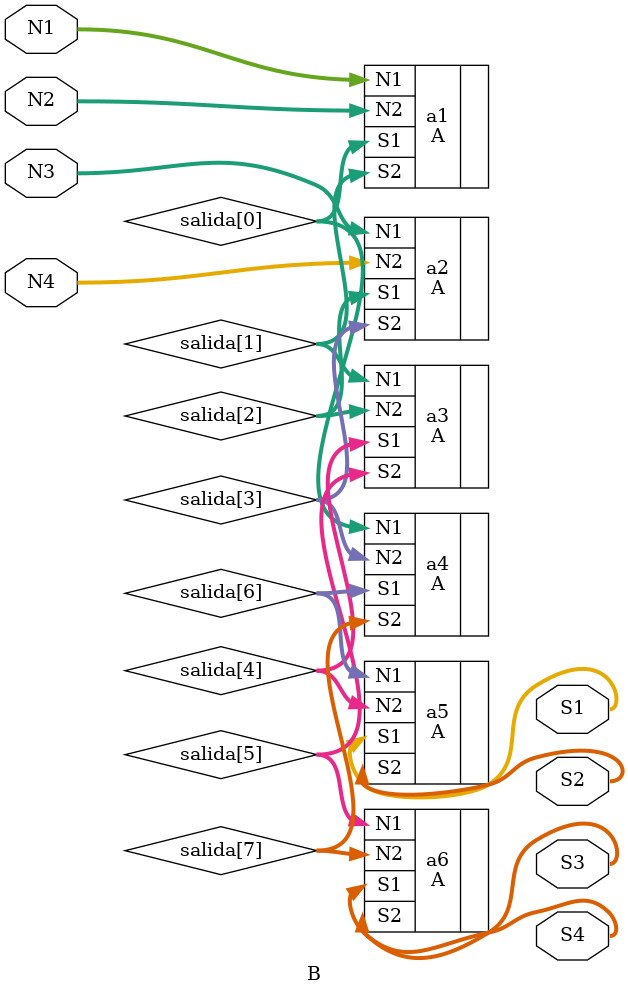
<source format=v>
module B(N1, N2, N3, N4, S1, S2 ,S3, S4);

input [7:0] N1;
input [7:0] N2;
input [7:0] N3;
input [7:0] N4;
output [7:0] S1;
output [7:0] S2;
output [7:0] S3;
output [7:0] S4;

wire [7:0] salida [11:0];

A a1(
.N1(N1),
.N2(N2),
.S1(salida[0]),
.S2(salida[1])
);

A a2(
.N1(N3),
.N2(N4),
.S1(salida[2]),
.S2(salida[3])
);

A a3(
.N1(salida[1]),
.N2(salida[2]),
.S1(salida[4]),
.S2(salida[5])
);

A a4(
.N1(salida[0]),
.N2(salida[3]),
.S1(salida[6]),
.S2(salida[7])
);

A a5(
.N1(salida[6]),
.N2(salida[4]),
.S1(S1),
.S2(S2)
);

A a6(
.N1(salida[5]),
.N2(salida[7]),
.S1(S3),
.S2(S4)
);



endmodule
 
</source>
